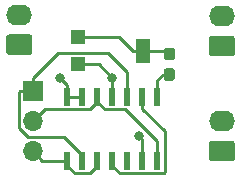
<source format=gbr>
G04 #@! TF.GenerationSoftware,KiCad,Pcbnew,(5.1.0)-1*
G04 #@! TF.CreationDate,2019-06-17T22:32:11+07:00*
G04 #@! TF.ProjectId,RCswitch2,52437377-6974-4636-9832-2e6b69636164,rev?*
G04 #@! TF.SameCoordinates,Original*
G04 #@! TF.FileFunction,Copper,L1,Top*
G04 #@! TF.FilePolarity,Positive*
%FSLAX46Y46*%
G04 Gerber Fmt 4.6, Leading zero omitted, Abs format (unit mm)*
G04 Created by KiCad (PCBNEW (5.1.0)-1) date 2019-06-17 22:32:11*
%MOMM*%
%LPD*%
G04 APERTURE LIST*
%ADD10R,0.600000X1.500000*%
%ADD11R,1.300000X1.300000*%
%ADD12R,1.300000X2.000000*%
%ADD13C,0.100000*%
%ADD14C,0.950000*%
%ADD15R,1.700000X1.700000*%
%ADD16O,1.700000X1.700000*%
%ADD17C,1.740000*%
%ADD18O,2.200000X1.740000*%
%ADD19C,0.800000*%
%ADD20C,0.250000*%
G04 APERTURE END LIST*
D10*
X41783000Y-55151000D03*
X40513000Y-55151000D03*
X39243000Y-55151000D03*
X37973000Y-55151000D03*
X36703000Y-55151000D03*
X35433000Y-55151000D03*
X34163000Y-55151000D03*
X34163000Y-49751000D03*
X35433000Y-49751000D03*
X36703000Y-49751000D03*
X37973000Y-49751000D03*
X39243000Y-49751000D03*
X40513000Y-49751000D03*
X41783000Y-49751000D03*
D11*
X35096000Y-46997000D03*
D12*
X40596000Y-45847000D03*
D11*
X35096000Y-44697000D03*
D13*
G36*
X43059779Y-47341144D02*
G01*
X43082834Y-47344563D01*
X43105443Y-47350227D01*
X43127387Y-47358079D01*
X43148457Y-47368044D01*
X43168448Y-47380026D01*
X43187168Y-47393910D01*
X43204438Y-47409562D01*
X43220090Y-47426832D01*
X43233974Y-47445552D01*
X43245956Y-47465543D01*
X43255921Y-47486613D01*
X43263773Y-47508557D01*
X43269437Y-47531166D01*
X43272856Y-47554221D01*
X43274000Y-47577500D01*
X43274000Y-48152500D01*
X43272856Y-48175779D01*
X43269437Y-48198834D01*
X43263773Y-48221443D01*
X43255921Y-48243387D01*
X43245956Y-48264457D01*
X43233974Y-48284448D01*
X43220090Y-48303168D01*
X43204438Y-48320438D01*
X43187168Y-48336090D01*
X43168448Y-48349974D01*
X43148457Y-48361956D01*
X43127387Y-48371921D01*
X43105443Y-48379773D01*
X43082834Y-48385437D01*
X43059779Y-48388856D01*
X43036500Y-48390000D01*
X42561500Y-48390000D01*
X42538221Y-48388856D01*
X42515166Y-48385437D01*
X42492557Y-48379773D01*
X42470613Y-48371921D01*
X42449543Y-48361956D01*
X42429552Y-48349974D01*
X42410832Y-48336090D01*
X42393562Y-48320438D01*
X42377910Y-48303168D01*
X42364026Y-48284448D01*
X42352044Y-48264457D01*
X42342079Y-48243387D01*
X42334227Y-48221443D01*
X42328563Y-48198834D01*
X42325144Y-48175779D01*
X42324000Y-48152500D01*
X42324000Y-47577500D01*
X42325144Y-47554221D01*
X42328563Y-47531166D01*
X42334227Y-47508557D01*
X42342079Y-47486613D01*
X42352044Y-47465543D01*
X42364026Y-47445552D01*
X42377910Y-47426832D01*
X42393562Y-47409562D01*
X42410832Y-47393910D01*
X42429552Y-47380026D01*
X42449543Y-47368044D01*
X42470613Y-47358079D01*
X42492557Y-47350227D01*
X42515166Y-47344563D01*
X42538221Y-47341144D01*
X42561500Y-47340000D01*
X43036500Y-47340000D01*
X43059779Y-47341144D01*
X43059779Y-47341144D01*
G37*
D14*
X42799000Y-47865000D03*
D13*
G36*
X43059779Y-45591144D02*
G01*
X43082834Y-45594563D01*
X43105443Y-45600227D01*
X43127387Y-45608079D01*
X43148457Y-45618044D01*
X43168448Y-45630026D01*
X43187168Y-45643910D01*
X43204438Y-45659562D01*
X43220090Y-45676832D01*
X43233974Y-45695552D01*
X43245956Y-45715543D01*
X43255921Y-45736613D01*
X43263773Y-45758557D01*
X43269437Y-45781166D01*
X43272856Y-45804221D01*
X43274000Y-45827500D01*
X43274000Y-46402500D01*
X43272856Y-46425779D01*
X43269437Y-46448834D01*
X43263773Y-46471443D01*
X43255921Y-46493387D01*
X43245956Y-46514457D01*
X43233974Y-46534448D01*
X43220090Y-46553168D01*
X43204438Y-46570438D01*
X43187168Y-46586090D01*
X43168448Y-46599974D01*
X43148457Y-46611956D01*
X43127387Y-46621921D01*
X43105443Y-46629773D01*
X43082834Y-46635437D01*
X43059779Y-46638856D01*
X43036500Y-46640000D01*
X42561500Y-46640000D01*
X42538221Y-46638856D01*
X42515166Y-46635437D01*
X42492557Y-46629773D01*
X42470613Y-46621921D01*
X42449543Y-46611956D01*
X42429552Y-46599974D01*
X42410832Y-46586090D01*
X42393562Y-46570438D01*
X42377910Y-46553168D01*
X42364026Y-46534448D01*
X42352044Y-46514457D01*
X42342079Y-46493387D01*
X42334227Y-46471443D01*
X42328563Y-46448834D01*
X42325144Y-46425779D01*
X42324000Y-46402500D01*
X42324000Y-45827500D01*
X42325144Y-45804221D01*
X42328563Y-45781166D01*
X42334227Y-45758557D01*
X42342079Y-45736613D01*
X42352044Y-45715543D01*
X42364026Y-45695552D01*
X42377910Y-45676832D01*
X42393562Y-45659562D01*
X42410832Y-45643910D01*
X42429552Y-45630026D01*
X42449543Y-45618044D01*
X42470613Y-45608079D01*
X42492557Y-45600227D01*
X42515166Y-45594563D01*
X42538221Y-45591144D01*
X42561500Y-45590000D01*
X43036500Y-45590000D01*
X43059779Y-45591144D01*
X43059779Y-45591144D01*
G37*
D14*
X42799000Y-46115000D03*
D15*
X31242000Y-49276000D03*
D16*
X31242000Y-51816000D03*
X31242000Y-54356000D03*
D13*
G36*
X30973505Y-44470204D02*
G01*
X30997773Y-44473804D01*
X31021572Y-44479765D01*
X31044671Y-44488030D01*
X31066850Y-44498520D01*
X31087893Y-44511132D01*
X31107599Y-44525747D01*
X31125777Y-44542223D01*
X31142253Y-44560401D01*
X31156868Y-44580107D01*
X31169480Y-44601150D01*
X31179970Y-44623329D01*
X31188235Y-44646428D01*
X31194196Y-44670227D01*
X31197796Y-44694495D01*
X31199000Y-44718999D01*
X31199000Y-45959001D01*
X31197796Y-45983505D01*
X31194196Y-46007773D01*
X31188235Y-46031572D01*
X31179970Y-46054671D01*
X31169480Y-46076850D01*
X31156868Y-46097893D01*
X31142253Y-46117599D01*
X31125777Y-46135777D01*
X31107599Y-46152253D01*
X31087893Y-46166868D01*
X31066850Y-46179480D01*
X31044671Y-46189970D01*
X31021572Y-46198235D01*
X30997773Y-46204196D01*
X30973505Y-46207796D01*
X30949001Y-46209000D01*
X29248999Y-46209000D01*
X29224495Y-46207796D01*
X29200227Y-46204196D01*
X29176428Y-46198235D01*
X29153329Y-46189970D01*
X29131150Y-46179480D01*
X29110107Y-46166868D01*
X29090401Y-46152253D01*
X29072223Y-46135777D01*
X29055747Y-46117599D01*
X29041132Y-46097893D01*
X29028520Y-46076850D01*
X29018030Y-46054671D01*
X29009765Y-46031572D01*
X29003804Y-46007773D01*
X29000204Y-45983505D01*
X28999000Y-45959001D01*
X28999000Y-44718999D01*
X29000204Y-44694495D01*
X29003804Y-44670227D01*
X29009765Y-44646428D01*
X29018030Y-44623329D01*
X29028520Y-44601150D01*
X29041132Y-44580107D01*
X29055747Y-44560401D01*
X29072223Y-44542223D01*
X29090401Y-44525747D01*
X29110107Y-44511132D01*
X29131150Y-44498520D01*
X29153329Y-44488030D01*
X29176428Y-44479765D01*
X29200227Y-44473804D01*
X29224495Y-44470204D01*
X29248999Y-44469000D01*
X30949001Y-44469000D01*
X30973505Y-44470204D01*
X30973505Y-44470204D01*
G37*
D17*
X30099000Y-45339000D03*
D18*
X30099000Y-42799000D03*
D13*
G36*
X48118505Y-53487204D02*
G01*
X48142773Y-53490804D01*
X48166572Y-53496765D01*
X48189671Y-53505030D01*
X48211850Y-53515520D01*
X48232893Y-53528132D01*
X48252599Y-53542747D01*
X48270777Y-53559223D01*
X48287253Y-53577401D01*
X48301868Y-53597107D01*
X48314480Y-53618150D01*
X48324970Y-53640329D01*
X48333235Y-53663428D01*
X48339196Y-53687227D01*
X48342796Y-53711495D01*
X48344000Y-53735999D01*
X48344000Y-54976001D01*
X48342796Y-55000505D01*
X48339196Y-55024773D01*
X48333235Y-55048572D01*
X48324970Y-55071671D01*
X48314480Y-55093850D01*
X48301868Y-55114893D01*
X48287253Y-55134599D01*
X48270777Y-55152777D01*
X48252599Y-55169253D01*
X48232893Y-55183868D01*
X48211850Y-55196480D01*
X48189671Y-55206970D01*
X48166572Y-55215235D01*
X48142773Y-55221196D01*
X48118505Y-55224796D01*
X48094001Y-55226000D01*
X46393999Y-55226000D01*
X46369495Y-55224796D01*
X46345227Y-55221196D01*
X46321428Y-55215235D01*
X46298329Y-55206970D01*
X46276150Y-55196480D01*
X46255107Y-55183868D01*
X46235401Y-55169253D01*
X46217223Y-55152777D01*
X46200747Y-55134599D01*
X46186132Y-55114893D01*
X46173520Y-55093850D01*
X46163030Y-55071671D01*
X46154765Y-55048572D01*
X46148804Y-55024773D01*
X46145204Y-55000505D01*
X46144000Y-54976001D01*
X46144000Y-53735999D01*
X46145204Y-53711495D01*
X46148804Y-53687227D01*
X46154765Y-53663428D01*
X46163030Y-53640329D01*
X46173520Y-53618150D01*
X46186132Y-53597107D01*
X46200747Y-53577401D01*
X46217223Y-53559223D01*
X46235401Y-53542747D01*
X46255107Y-53528132D01*
X46276150Y-53515520D01*
X46298329Y-53505030D01*
X46321428Y-53496765D01*
X46345227Y-53490804D01*
X46369495Y-53487204D01*
X46393999Y-53486000D01*
X48094001Y-53486000D01*
X48118505Y-53487204D01*
X48118505Y-53487204D01*
G37*
D17*
X47244000Y-54356000D03*
D18*
X47244000Y-51816000D03*
D13*
G36*
X48118505Y-44597204D02*
G01*
X48142773Y-44600804D01*
X48166572Y-44606765D01*
X48189671Y-44615030D01*
X48211850Y-44625520D01*
X48232893Y-44638132D01*
X48252599Y-44652747D01*
X48270777Y-44669223D01*
X48287253Y-44687401D01*
X48301868Y-44707107D01*
X48314480Y-44728150D01*
X48324970Y-44750329D01*
X48333235Y-44773428D01*
X48339196Y-44797227D01*
X48342796Y-44821495D01*
X48344000Y-44845999D01*
X48344000Y-46086001D01*
X48342796Y-46110505D01*
X48339196Y-46134773D01*
X48333235Y-46158572D01*
X48324970Y-46181671D01*
X48314480Y-46203850D01*
X48301868Y-46224893D01*
X48287253Y-46244599D01*
X48270777Y-46262777D01*
X48252599Y-46279253D01*
X48232893Y-46293868D01*
X48211850Y-46306480D01*
X48189671Y-46316970D01*
X48166572Y-46325235D01*
X48142773Y-46331196D01*
X48118505Y-46334796D01*
X48094001Y-46336000D01*
X46393999Y-46336000D01*
X46369495Y-46334796D01*
X46345227Y-46331196D01*
X46321428Y-46325235D01*
X46298329Y-46316970D01*
X46276150Y-46306480D01*
X46255107Y-46293868D01*
X46235401Y-46279253D01*
X46217223Y-46262777D01*
X46200747Y-46244599D01*
X46186132Y-46224893D01*
X46173520Y-46203850D01*
X46163030Y-46181671D01*
X46154765Y-46158572D01*
X46148804Y-46134773D01*
X46145204Y-46110505D01*
X46144000Y-46086001D01*
X46144000Y-44845999D01*
X46145204Y-44821495D01*
X46148804Y-44797227D01*
X46154765Y-44773428D01*
X46163030Y-44750329D01*
X46173520Y-44728150D01*
X46186132Y-44707107D01*
X46200747Y-44687401D01*
X46217223Y-44669223D01*
X46235401Y-44652747D01*
X46255107Y-44638132D01*
X46276150Y-44625520D01*
X46298329Y-44615030D01*
X46321428Y-44606765D01*
X46345227Y-44600804D01*
X46369495Y-44597204D01*
X46393999Y-44596000D01*
X48094001Y-44596000D01*
X48118505Y-44597204D01*
X48118505Y-44597204D01*
G37*
D17*
X47244000Y-45466000D03*
D18*
X47244000Y-42926000D03*
D19*
X33528000Y-48133000D03*
X37973000Y-48133000D03*
X40259000Y-53086000D03*
D20*
X35433000Y-49751000D02*
X34163000Y-49751000D01*
X34163000Y-49751000D02*
X34163000Y-48768000D01*
X34163000Y-48768000D02*
X33528000Y-48133000D01*
X32037000Y-55151000D02*
X31242000Y-54356000D01*
X34163000Y-55151000D02*
X32037000Y-55151000D01*
X36703000Y-55601000D02*
X36703000Y-55151000D01*
X36077999Y-56226001D02*
X36703000Y-55601000D01*
X34788001Y-56226001D02*
X36077999Y-56226001D01*
X34163000Y-55601000D02*
X34788001Y-56226001D01*
X34163000Y-55151000D02*
X34163000Y-55601000D01*
X37973000Y-48133000D02*
X37973000Y-49751000D01*
X36837000Y-46997000D02*
X37973000Y-48133000D01*
X35096000Y-46997000D02*
X36837000Y-46997000D01*
X36077999Y-50826001D02*
X36703000Y-50201000D01*
X32231999Y-50826001D02*
X36077999Y-50826001D01*
X31242000Y-51816000D02*
X32231999Y-50826001D01*
X41783000Y-54701000D02*
X41783000Y-55151000D01*
X36703000Y-50201000D02*
X36703000Y-49751000D01*
X37328001Y-50826001D02*
X36703000Y-50201000D01*
X39072003Y-50826001D02*
X37328001Y-50826001D01*
X41783000Y-53536998D02*
X39072003Y-50826001D01*
X41783000Y-55151000D02*
X41783000Y-53536998D01*
X39243000Y-48751000D02*
X39243000Y-49751000D01*
X39243000Y-47694998D02*
X39243000Y-48751000D01*
X37570001Y-46021999D02*
X39243000Y-47694998D01*
X33396001Y-46021999D02*
X37570001Y-46021999D01*
X31242000Y-48176000D02*
X33396001Y-46021999D01*
X31242000Y-49276000D02*
X31242000Y-48176000D01*
X33912999Y-53180999D02*
X35433000Y-54701000D01*
X30867997Y-53180999D02*
X33912999Y-53180999D01*
X30066999Y-52380001D02*
X30867997Y-53180999D01*
X30066999Y-49351001D02*
X30066999Y-52380001D01*
X30142000Y-49276000D02*
X30066999Y-49351001D01*
X35433000Y-54701000D02*
X35433000Y-55151000D01*
X31242000Y-49276000D02*
X30142000Y-49276000D01*
X41783000Y-48751000D02*
X41783000Y-49751000D01*
X41783000Y-48306000D02*
X41783000Y-48751000D01*
X42224000Y-47865000D02*
X41783000Y-48306000D01*
X42799000Y-47865000D02*
X42224000Y-47865000D01*
X35996000Y-44697000D02*
X35096000Y-44697000D01*
X38546000Y-44697000D02*
X35996000Y-44697000D01*
X39696000Y-45847000D02*
X38546000Y-44697000D01*
X40596000Y-45847000D02*
X39696000Y-45847000D01*
X42531000Y-45847000D02*
X42799000Y-46115000D01*
X40596000Y-45847000D02*
X42531000Y-45847000D01*
X40513000Y-55151000D02*
X40513000Y-54883439D01*
X40513000Y-55151000D02*
X40513000Y-53340000D01*
X40513000Y-53340000D02*
X40259000Y-53086000D01*
X38598001Y-56226001D02*
X37973000Y-55601000D01*
X37973000Y-55601000D02*
X37973000Y-55151000D01*
X42408001Y-56161001D02*
X42343001Y-56226001D01*
X42408001Y-52646001D02*
X42408001Y-56161001D01*
X40513000Y-50751000D02*
X42408001Y-52646001D01*
X42343001Y-56226001D02*
X38598001Y-56226001D01*
X40513000Y-49751000D02*
X40513000Y-50751000D01*
M02*

</source>
